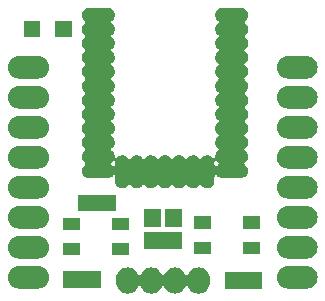
<source format=gts>
G04 #@! TF.GenerationSoftware,KiCad,Pcbnew,(5.1.2)-1*
G04 #@! TF.CreationDate,2022-10-09T20:42:29+09:00*
G04 #@! TF.ProjectId,ble5,626c6535-2e6b-4696-9361-645f70636258,v2.1*
G04 #@! TF.SameCoordinates,Original*
G04 #@! TF.FileFunction,Soldermask,Top*
G04 #@! TF.FilePolarity,Negative*
%FSLAX46Y46*%
G04 Gerber Fmt 4.6, Leading zero omitted, Abs format (unit mm)*
G04 Created by KiCad (PCBNEW (5.1.2)-1) date 2022-10-09 20:42:29*
%MOMM*%
%LPD*%
G04 APERTURE LIST*
%ADD10C,0.050000*%
G04 APERTURE END LIST*
D10*
G36*
X128888583Y-61413919D02*
G01*
X129069925Y-61468929D01*
X129237043Y-61558256D01*
X129383528Y-61678472D01*
X129503744Y-61824957D01*
X129593071Y-61992076D01*
X129648081Y-62173418D01*
X129662000Y-62314744D01*
X129662000Y-62685257D01*
X129648081Y-62826583D01*
X129593071Y-63007925D01*
X129503744Y-63175043D01*
X129383528Y-63321528D01*
X129237043Y-63441744D01*
X129069924Y-63531071D01*
X128888582Y-63586081D01*
X128700000Y-63604654D01*
X128511417Y-63586081D01*
X128330075Y-63531071D01*
X128162957Y-63441744D01*
X128016472Y-63321528D01*
X127896256Y-63175043D01*
X127810239Y-63014117D01*
X127796626Y-62993742D01*
X127779299Y-62976415D01*
X127758924Y-62962802D01*
X127736285Y-62953424D01*
X127712252Y-62948644D01*
X127687748Y-62948644D01*
X127663715Y-62953424D01*
X127641076Y-62962802D01*
X127620701Y-62976415D01*
X127603374Y-62993742D01*
X127589761Y-63014117D01*
X127503744Y-63175043D01*
X127383528Y-63321528D01*
X127237043Y-63441744D01*
X127069924Y-63531071D01*
X126888582Y-63586081D01*
X126700000Y-63604654D01*
X126511417Y-63586081D01*
X126330075Y-63531071D01*
X126162957Y-63441744D01*
X126016472Y-63321528D01*
X125896256Y-63175043D01*
X125810239Y-63014117D01*
X125796626Y-62993742D01*
X125779299Y-62976415D01*
X125758924Y-62962802D01*
X125736285Y-62953424D01*
X125712252Y-62948644D01*
X125687748Y-62948644D01*
X125663715Y-62953424D01*
X125641076Y-62962802D01*
X125620701Y-62976415D01*
X125603374Y-62993742D01*
X125589761Y-63014117D01*
X125503744Y-63175043D01*
X125383528Y-63321528D01*
X125237043Y-63441744D01*
X125069924Y-63531071D01*
X124888582Y-63586081D01*
X124700000Y-63604654D01*
X124511417Y-63586081D01*
X124330075Y-63531071D01*
X124162957Y-63441744D01*
X124016472Y-63321528D01*
X123896256Y-63175043D01*
X123810239Y-63014117D01*
X123796626Y-62993742D01*
X123779299Y-62976415D01*
X123758924Y-62962802D01*
X123736285Y-62953424D01*
X123712252Y-62948644D01*
X123687748Y-62948644D01*
X123663715Y-62953424D01*
X123641076Y-62962802D01*
X123620701Y-62976415D01*
X123603374Y-62993742D01*
X123589761Y-63014117D01*
X123503744Y-63175043D01*
X123383528Y-63321528D01*
X123237043Y-63441744D01*
X123069924Y-63531071D01*
X122888582Y-63586081D01*
X122700000Y-63604654D01*
X122511417Y-63586081D01*
X122330075Y-63531071D01*
X122162957Y-63441744D01*
X122016472Y-63321528D01*
X121896256Y-63175043D01*
X121806929Y-63007924D01*
X121751919Y-62826582D01*
X121738000Y-62685256D01*
X121738000Y-62314743D01*
X121751919Y-62173417D01*
X121806929Y-61992075D01*
X121896256Y-61824957D01*
X121917814Y-61798689D01*
X122016473Y-61678472D01*
X122162957Y-61558257D01*
X122162956Y-61558257D01*
X122162958Y-61558256D01*
X122330076Y-61468929D01*
X122511418Y-61413919D01*
X122700000Y-61395346D01*
X122888583Y-61413919D01*
X123069925Y-61468929D01*
X123237043Y-61558256D01*
X123383528Y-61678472D01*
X123503744Y-61824957D01*
X123589761Y-61985883D01*
X123603374Y-62006258D01*
X123620701Y-62023585D01*
X123641076Y-62037198D01*
X123663715Y-62046576D01*
X123687748Y-62051356D01*
X123712252Y-62051356D01*
X123736285Y-62046576D01*
X123758924Y-62037198D01*
X123779299Y-62023585D01*
X123796626Y-62006258D01*
X123810239Y-61985883D01*
X123896256Y-61824957D01*
X123917814Y-61798689D01*
X124016473Y-61678472D01*
X124162957Y-61558257D01*
X124162956Y-61558257D01*
X124162958Y-61558256D01*
X124330076Y-61468929D01*
X124511418Y-61413919D01*
X124700000Y-61395346D01*
X124888583Y-61413919D01*
X125069925Y-61468929D01*
X125237043Y-61558256D01*
X125383528Y-61678472D01*
X125503744Y-61824957D01*
X125589761Y-61985883D01*
X125603374Y-62006258D01*
X125620701Y-62023585D01*
X125641076Y-62037198D01*
X125663715Y-62046576D01*
X125687748Y-62051356D01*
X125712252Y-62051356D01*
X125736285Y-62046576D01*
X125758924Y-62037198D01*
X125779299Y-62023585D01*
X125796626Y-62006258D01*
X125810239Y-61985883D01*
X125896256Y-61824957D01*
X125917814Y-61798689D01*
X126016473Y-61678472D01*
X126162957Y-61558257D01*
X126162956Y-61558257D01*
X126162958Y-61558256D01*
X126330076Y-61468929D01*
X126511418Y-61413919D01*
X126700000Y-61395346D01*
X126888583Y-61413919D01*
X127069925Y-61468929D01*
X127237043Y-61558256D01*
X127383528Y-61678472D01*
X127503744Y-61824957D01*
X127589761Y-61985883D01*
X127603374Y-62006258D01*
X127620701Y-62023585D01*
X127641076Y-62037198D01*
X127663715Y-62046576D01*
X127687748Y-62051356D01*
X127712252Y-62051356D01*
X127736285Y-62046576D01*
X127758924Y-62037198D01*
X127779299Y-62023585D01*
X127796626Y-62006258D01*
X127810239Y-61985883D01*
X127896256Y-61824957D01*
X127917814Y-61798689D01*
X128016473Y-61678472D01*
X128162957Y-61558257D01*
X128162956Y-61558257D01*
X128162958Y-61558256D01*
X128330076Y-61468929D01*
X128511418Y-61413919D01*
X128700000Y-61395346D01*
X128888583Y-61413919D01*
X128888583Y-61413919D01*
G37*
G36*
X134100000Y-63200000D02*
G01*
X130900000Y-63200000D01*
X130900000Y-61800000D01*
X134100000Y-61800000D01*
X134100000Y-63200000D01*
X134100000Y-63200000D01*
G37*
G36*
X138000583Y-61281919D02*
G01*
X138181925Y-61336929D01*
X138349043Y-61426256D01*
X138495528Y-61546472D01*
X138615744Y-61692957D01*
X138705071Y-61860075D01*
X138760081Y-62041417D01*
X138778654Y-62230000D01*
X138760081Y-62418583D01*
X138705071Y-62599925D01*
X138615744Y-62767043D01*
X138495528Y-62913528D01*
X138349043Y-63033744D01*
X138181925Y-63123071D01*
X138000583Y-63178081D01*
X137859257Y-63192000D01*
X136240743Y-63192000D01*
X136099417Y-63178081D01*
X135918075Y-63123071D01*
X135750957Y-63033744D01*
X135604472Y-62913528D01*
X135484256Y-62767043D01*
X135394929Y-62599925D01*
X135339919Y-62418583D01*
X135321346Y-62230000D01*
X135339919Y-62041417D01*
X135394929Y-61860075D01*
X135484256Y-61692957D01*
X135604472Y-61546472D01*
X135750957Y-61426256D01*
X135918075Y-61336929D01*
X136099417Y-61281919D01*
X136240743Y-61268000D01*
X137859257Y-61268000D01*
X138000583Y-61281919D01*
X138000583Y-61281919D01*
G37*
G36*
X115250583Y-61281919D02*
G01*
X115431925Y-61336929D01*
X115599043Y-61426256D01*
X115745528Y-61546472D01*
X115865744Y-61692957D01*
X115955071Y-61860075D01*
X116010081Y-62041417D01*
X116028654Y-62230000D01*
X116010081Y-62418583D01*
X115955071Y-62599925D01*
X115865744Y-62767043D01*
X115745528Y-62913528D01*
X115599043Y-63033744D01*
X115431925Y-63123071D01*
X115250583Y-63178081D01*
X115109257Y-63192000D01*
X113490743Y-63192000D01*
X113349417Y-63178081D01*
X113168075Y-63123071D01*
X113000957Y-63033744D01*
X112854472Y-62913528D01*
X112734256Y-62767043D01*
X112644929Y-62599925D01*
X112589919Y-62418583D01*
X112571346Y-62230000D01*
X112589919Y-62041417D01*
X112644929Y-61860075D01*
X112734256Y-61692957D01*
X112854472Y-61546472D01*
X113000957Y-61426256D01*
X113168075Y-61336929D01*
X113349417Y-61281919D01*
X113490743Y-61268000D01*
X115109257Y-61268000D01*
X115250583Y-61281919D01*
X115250583Y-61281919D01*
G37*
G36*
X120400000Y-63100000D02*
G01*
X117200000Y-63100000D01*
X117200000Y-61700000D01*
X120400000Y-61700000D01*
X120400000Y-63100000D01*
X120400000Y-63100000D01*
G37*
G36*
X138000583Y-58741919D02*
G01*
X138181925Y-58796929D01*
X138349043Y-58886256D01*
X138495528Y-59006472D01*
X138615744Y-59152957D01*
X138705071Y-59320075D01*
X138760081Y-59501417D01*
X138778654Y-59690000D01*
X138760081Y-59878583D01*
X138705071Y-60059925D01*
X138615744Y-60227043D01*
X138495528Y-60373528D01*
X138349043Y-60493744D01*
X138181925Y-60583071D01*
X138000583Y-60638081D01*
X137859257Y-60652000D01*
X136240743Y-60652000D01*
X136099417Y-60638081D01*
X135918075Y-60583071D01*
X135750957Y-60493744D01*
X135604472Y-60373528D01*
X135484256Y-60227043D01*
X135394929Y-60059925D01*
X135339919Y-59878583D01*
X135321346Y-59690000D01*
X135339919Y-59501417D01*
X135394929Y-59320075D01*
X135484256Y-59152957D01*
X135604472Y-59006472D01*
X135750957Y-58886256D01*
X135918075Y-58796929D01*
X136099417Y-58741919D01*
X136240743Y-58728000D01*
X137859257Y-58728000D01*
X138000583Y-58741919D01*
X138000583Y-58741919D01*
G37*
G36*
X115250583Y-58741919D02*
G01*
X115431925Y-58796929D01*
X115599043Y-58886256D01*
X115745528Y-59006472D01*
X115865744Y-59152957D01*
X115955071Y-59320075D01*
X116010081Y-59501417D01*
X116028654Y-59690000D01*
X116010081Y-59878583D01*
X115955071Y-60059925D01*
X115865744Y-60227043D01*
X115745528Y-60373528D01*
X115599043Y-60493744D01*
X115431925Y-60583071D01*
X115250583Y-60638081D01*
X115109257Y-60652000D01*
X113490743Y-60652000D01*
X113349417Y-60638081D01*
X113168075Y-60583071D01*
X113000957Y-60493744D01*
X112854472Y-60373528D01*
X112734256Y-60227043D01*
X112644929Y-60059925D01*
X112589919Y-59878583D01*
X112571346Y-59690000D01*
X112589919Y-59501417D01*
X112644929Y-59320075D01*
X112734256Y-59152957D01*
X112854472Y-59006472D01*
X113000957Y-58886256D01*
X113168075Y-58796929D01*
X113349417Y-58741919D01*
X113490743Y-58728000D01*
X115109257Y-58728000D01*
X115250583Y-58741919D01*
X115250583Y-58741919D01*
G37*
G36*
X118675000Y-60375000D02*
G01*
X117225000Y-60375000D01*
X117225000Y-59325000D01*
X118675000Y-59325000D01*
X118675000Y-60375000D01*
X118675000Y-60375000D01*
G37*
G36*
X122825000Y-60375000D02*
G01*
X121375000Y-60375000D01*
X121375000Y-59325000D01*
X122825000Y-59325000D01*
X122825000Y-60375000D01*
X122825000Y-60375000D01*
G37*
G36*
X133925000Y-60275000D02*
G01*
X132475000Y-60275000D01*
X132475000Y-59225000D01*
X133925000Y-59225000D01*
X133925000Y-60275000D01*
X133925000Y-60275000D01*
G37*
G36*
X129775000Y-60275000D02*
G01*
X128325000Y-60275000D01*
X128325000Y-59225000D01*
X129775000Y-59225000D01*
X129775000Y-60275000D01*
X129775000Y-60275000D01*
G37*
G36*
X127300000Y-59800000D02*
G01*
X124100000Y-59800000D01*
X124100000Y-58400000D01*
X127300000Y-58400000D01*
X127300000Y-59800000D01*
X127300000Y-59800000D01*
G37*
G36*
X118675000Y-58225000D02*
G01*
X117225000Y-58225000D01*
X117225000Y-57175000D01*
X118675000Y-57175000D01*
X118675000Y-58225000D01*
X118675000Y-58225000D01*
G37*
G36*
X122825000Y-58225000D02*
G01*
X121375000Y-58225000D01*
X121375000Y-57175000D01*
X122825000Y-57175000D01*
X122825000Y-58225000D01*
X122825000Y-58225000D01*
G37*
G36*
X129775000Y-58125000D02*
G01*
X128325000Y-58125000D01*
X128325000Y-57075000D01*
X129775000Y-57075000D01*
X129775000Y-58125000D01*
X129775000Y-58125000D01*
G37*
G36*
X133925000Y-58125000D02*
G01*
X132475000Y-58125000D01*
X132475000Y-57075000D01*
X133925000Y-57075000D01*
X133925000Y-58125000D01*
X133925000Y-58125000D01*
G37*
G36*
X115250583Y-56201919D02*
G01*
X115431925Y-56256929D01*
X115599043Y-56346256D01*
X115745528Y-56466472D01*
X115865744Y-56612957D01*
X115955071Y-56780075D01*
X116010081Y-56961417D01*
X116028654Y-57150000D01*
X116010081Y-57338583D01*
X115955071Y-57519925D01*
X115865744Y-57687043D01*
X115745528Y-57833528D01*
X115599043Y-57953744D01*
X115431925Y-58043071D01*
X115250583Y-58098081D01*
X115109257Y-58112000D01*
X113490743Y-58112000D01*
X113349417Y-58098081D01*
X113168075Y-58043071D01*
X113000957Y-57953744D01*
X112854472Y-57833528D01*
X112734256Y-57687043D01*
X112644929Y-57519925D01*
X112589919Y-57338583D01*
X112571346Y-57150000D01*
X112589919Y-56961417D01*
X112644929Y-56780075D01*
X112734256Y-56612957D01*
X112854472Y-56466472D01*
X113000957Y-56346256D01*
X113168075Y-56256929D01*
X113349417Y-56201919D01*
X113490743Y-56188000D01*
X115109257Y-56188000D01*
X115250583Y-56201919D01*
X115250583Y-56201919D01*
G37*
G36*
X138000583Y-56201919D02*
G01*
X138181925Y-56256929D01*
X138349043Y-56346256D01*
X138495528Y-56466472D01*
X138615744Y-56612957D01*
X138705071Y-56780075D01*
X138760081Y-56961417D01*
X138778654Y-57150000D01*
X138760081Y-57338583D01*
X138705071Y-57519925D01*
X138615744Y-57687043D01*
X138495528Y-57833528D01*
X138349043Y-57953744D01*
X138181925Y-58043071D01*
X138000583Y-58098081D01*
X137859257Y-58112000D01*
X136240743Y-58112000D01*
X136099417Y-58098081D01*
X135918075Y-58043071D01*
X135750957Y-57953744D01*
X135604472Y-57833528D01*
X135484256Y-57687043D01*
X135394929Y-57519925D01*
X135339919Y-57338583D01*
X135321346Y-57150000D01*
X135339919Y-56961417D01*
X135394929Y-56780075D01*
X135484256Y-56612957D01*
X135604472Y-56466472D01*
X135750957Y-56346256D01*
X135918075Y-56256929D01*
X136099417Y-56201919D01*
X136240743Y-56188000D01*
X137859257Y-56188000D01*
X138000583Y-56201919D01*
X138000583Y-56201919D01*
G37*
G36*
X127298270Y-57939750D02*
G01*
X125849250Y-57939750D01*
X125849250Y-56460250D01*
X127298270Y-56460250D01*
X127298270Y-57939750D01*
X127298270Y-57939750D01*
G37*
G36*
X125550750Y-57939750D02*
G01*
X124101730Y-57939750D01*
X124101730Y-56460250D01*
X125550750Y-56460250D01*
X125550750Y-57939750D01*
X125550750Y-57939750D01*
G37*
G36*
X121700000Y-56650000D02*
G01*
X118500000Y-56650000D01*
X118500000Y-55250000D01*
X121700000Y-55250000D01*
X121700000Y-56650000D01*
X121700000Y-56650000D01*
G37*
G36*
X138000583Y-53661919D02*
G01*
X138181925Y-53716929D01*
X138349043Y-53806256D01*
X138495528Y-53926472D01*
X138615744Y-54072957D01*
X138705071Y-54240075D01*
X138760081Y-54421417D01*
X138778654Y-54610000D01*
X138760081Y-54798583D01*
X138705071Y-54979925D01*
X138615744Y-55147043D01*
X138495528Y-55293528D01*
X138349043Y-55413744D01*
X138181925Y-55503071D01*
X138000583Y-55558081D01*
X137859257Y-55572000D01*
X136240743Y-55572000D01*
X136099417Y-55558081D01*
X135918075Y-55503071D01*
X135750957Y-55413744D01*
X135604472Y-55293528D01*
X135484256Y-55147043D01*
X135394929Y-54979925D01*
X135339919Y-54798583D01*
X135321346Y-54610000D01*
X135339919Y-54421417D01*
X135394929Y-54240075D01*
X135484256Y-54072957D01*
X135604472Y-53926472D01*
X135750957Y-53806256D01*
X135918075Y-53716929D01*
X136099417Y-53661919D01*
X136240743Y-53648000D01*
X137859257Y-53648000D01*
X138000583Y-53661919D01*
X138000583Y-53661919D01*
G37*
G36*
X115250583Y-53661919D02*
G01*
X115431925Y-53716929D01*
X115599043Y-53806256D01*
X115745528Y-53926472D01*
X115865744Y-54072957D01*
X115955071Y-54240075D01*
X116010081Y-54421417D01*
X116028654Y-54610000D01*
X116010081Y-54798583D01*
X115955071Y-54979925D01*
X115865744Y-55147043D01*
X115745528Y-55293528D01*
X115599043Y-55413744D01*
X115431925Y-55503071D01*
X115250583Y-55558081D01*
X115109257Y-55572000D01*
X113490743Y-55572000D01*
X113349417Y-55558081D01*
X113168075Y-55503071D01*
X113000957Y-55413744D01*
X112854472Y-55293528D01*
X112734256Y-55147043D01*
X112644929Y-54979925D01*
X112589919Y-54798583D01*
X112571346Y-54610000D01*
X112589919Y-54421417D01*
X112644929Y-54240075D01*
X112734256Y-54072957D01*
X112854472Y-53926472D01*
X113000957Y-53806256D01*
X113168075Y-53716929D01*
X113349417Y-53661919D01*
X113490743Y-53648000D01*
X115109257Y-53648000D01*
X115250583Y-53661919D01*
X115250583Y-53661919D01*
G37*
G36*
X121117621Y-39408682D02*
G01*
X121230721Y-39442990D01*
X121334955Y-39498704D01*
X121426317Y-39573683D01*
X121501296Y-39665045D01*
X121557010Y-39769279D01*
X121591318Y-39882379D01*
X121602903Y-40000000D01*
X121591318Y-40117621D01*
X121557010Y-40230721D01*
X121501296Y-40334955D01*
X121426317Y-40426317D01*
X121334955Y-40501296D01*
X121334950Y-40501299D01*
X121332421Y-40503374D01*
X121315094Y-40520701D01*
X121301480Y-40541075D01*
X121292103Y-40563714D01*
X121287322Y-40587747D01*
X121287322Y-40612251D01*
X121292102Y-40636285D01*
X121301479Y-40658924D01*
X121315093Y-40679298D01*
X121332421Y-40696626D01*
X121334950Y-40698701D01*
X121334955Y-40698704D01*
X121426317Y-40773683D01*
X121501296Y-40865045D01*
X121557010Y-40969279D01*
X121591318Y-41082379D01*
X121602903Y-41200000D01*
X121591318Y-41317621D01*
X121557010Y-41430721D01*
X121501296Y-41534955D01*
X121426317Y-41626317D01*
X121334955Y-41701296D01*
X121334950Y-41701299D01*
X121332421Y-41703374D01*
X121315094Y-41720701D01*
X121301480Y-41741075D01*
X121292103Y-41763714D01*
X121287322Y-41787747D01*
X121287322Y-41812251D01*
X121292102Y-41836285D01*
X121301479Y-41858924D01*
X121315093Y-41879298D01*
X121332421Y-41896626D01*
X121334950Y-41898701D01*
X121334955Y-41898704D01*
X121426317Y-41973683D01*
X121501296Y-42065045D01*
X121557010Y-42169279D01*
X121591318Y-42282379D01*
X121602903Y-42400000D01*
X121591318Y-42517621D01*
X121557010Y-42630721D01*
X121501296Y-42734955D01*
X121426317Y-42826317D01*
X121334955Y-42901296D01*
X121334950Y-42901299D01*
X121332421Y-42903374D01*
X121315094Y-42920701D01*
X121301480Y-42941075D01*
X121292103Y-42963714D01*
X121287322Y-42987747D01*
X121287322Y-43012251D01*
X121292102Y-43036285D01*
X121301479Y-43058924D01*
X121315093Y-43079298D01*
X121332421Y-43096626D01*
X121334950Y-43098701D01*
X121334955Y-43098704D01*
X121426317Y-43173683D01*
X121501296Y-43265045D01*
X121557010Y-43369279D01*
X121591318Y-43482379D01*
X121602903Y-43600000D01*
X121591318Y-43717621D01*
X121557010Y-43830721D01*
X121501296Y-43934955D01*
X121426317Y-44026317D01*
X121334955Y-44101296D01*
X121334950Y-44101299D01*
X121332421Y-44103374D01*
X121315094Y-44120701D01*
X121301480Y-44141075D01*
X121292103Y-44163714D01*
X121287322Y-44187747D01*
X121287322Y-44212251D01*
X121292102Y-44236285D01*
X121301479Y-44258924D01*
X121315093Y-44279298D01*
X121332421Y-44296626D01*
X121334950Y-44298701D01*
X121334955Y-44298704D01*
X121426317Y-44373683D01*
X121501296Y-44465045D01*
X121557010Y-44569279D01*
X121591318Y-44682379D01*
X121602903Y-44800000D01*
X121591318Y-44917621D01*
X121557010Y-45030721D01*
X121501296Y-45134955D01*
X121426317Y-45226317D01*
X121334955Y-45301296D01*
X121334950Y-45301299D01*
X121332421Y-45303374D01*
X121315094Y-45320701D01*
X121301480Y-45341075D01*
X121292103Y-45363714D01*
X121287322Y-45387747D01*
X121287322Y-45412251D01*
X121292102Y-45436285D01*
X121301479Y-45458924D01*
X121315093Y-45479298D01*
X121332421Y-45496626D01*
X121334950Y-45498701D01*
X121334955Y-45498704D01*
X121426317Y-45573683D01*
X121501296Y-45665045D01*
X121557010Y-45769279D01*
X121591318Y-45882379D01*
X121602903Y-46000000D01*
X121591318Y-46117621D01*
X121557010Y-46230721D01*
X121501296Y-46334955D01*
X121426317Y-46426317D01*
X121334955Y-46501296D01*
X121334950Y-46501299D01*
X121332421Y-46503374D01*
X121315094Y-46520701D01*
X121301480Y-46541075D01*
X121292103Y-46563714D01*
X121287322Y-46587747D01*
X121287322Y-46612251D01*
X121292102Y-46636285D01*
X121301479Y-46658924D01*
X121315093Y-46679298D01*
X121332421Y-46696626D01*
X121334950Y-46698701D01*
X121334955Y-46698704D01*
X121426317Y-46773683D01*
X121501296Y-46865045D01*
X121557010Y-46969279D01*
X121591318Y-47082379D01*
X121602903Y-47200000D01*
X121591318Y-47317621D01*
X121557010Y-47430721D01*
X121501296Y-47534955D01*
X121426317Y-47626317D01*
X121334955Y-47701296D01*
X121334950Y-47701299D01*
X121332421Y-47703374D01*
X121315094Y-47720701D01*
X121301480Y-47741075D01*
X121292103Y-47763714D01*
X121287322Y-47787747D01*
X121287322Y-47812251D01*
X121292102Y-47836285D01*
X121301479Y-47858924D01*
X121315093Y-47879298D01*
X121332421Y-47896626D01*
X121334950Y-47898701D01*
X121334955Y-47898704D01*
X121426317Y-47973683D01*
X121501296Y-48065045D01*
X121557010Y-48169279D01*
X121591318Y-48282379D01*
X121602903Y-48400000D01*
X121591318Y-48517621D01*
X121557010Y-48630721D01*
X121501296Y-48734955D01*
X121426317Y-48826317D01*
X121334955Y-48901296D01*
X121334950Y-48901299D01*
X121332421Y-48903374D01*
X121315094Y-48920701D01*
X121301480Y-48941075D01*
X121292103Y-48963714D01*
X121287322Y-48987747D01*
X121287322Y-49012251D01*
X121292102Y-49036285D01*
X121301479Y-49058924D01*
X121315093Y-49079298D01*
X121332421Y-49096626D01*
X121334950Y-49098701D01*
X121334955Y-49098704D01*
X121426317Y-49173683D01*
X121501296Y-49265045D01*
X121557010Y-49369279D01*
X121591318Y-49482379D01*
X121602903Y-49600000D01*
X121591318Y-49717621D01*
X121557010Y-49830721D01*
X121501296Y-49934955D01*
X121426317Y-50026317D01*
X121334955Y-50101296D01*
X121334950Y-50101299D01*
X121332421Y-50103374D01*
X121315094Y-50120701D01*
X121301480Y-50141075D01*
X121292103Y-50163714D01*
X121287322Y-50187747D01*
X121287322Y-50212251D01*
X121292102Y-50236285D01*
X121301479Y-50258924D01*
X121315093Y-50279298D01*
X121332421Y-50296626D01*
X121334950Y-50298701D01*
X121334955Y-50298704D01*
X121426317Y-50373683D01*
X121501296Y-50465045D01*
X121557010Y-50569279D01*
X121591318Y-50682379D01*
X121602903Y-50800000D01*
X121591318Y-50917621D01*
X121557010Y-51030721D01*
X121501296Y-51134955D01*
X121426317Y-51226317D01*
X121334955Y-51301296D01*
X121334950Y-51301299D01*
X121332421Y-51303374D01*
X121315094Y-51320701D01*
X121301480Y-51341075D01*
X121292103Y-51363714D01*
X121287322Y-51387747D01*
X121287322Y-51412251D01*
X121292102Y-51436285D01*
X121301479Y-51458924D01*
X121315093Y-51479298D01*
X121332421Y-51496626D01*
X121334950Y-51498701D01*
X121334955Y-51498704D01*
X121426317Y-51573683D01*
X121501296Y-51665045D01*
X121557010Y-51769279D01*
X121591318Y-51882379D01*
X121602903Y-52000000D01*
X121602903Y-52000004D01*
X121603460Y-52005664D01*
X121608240Y-52029697D01*
X121617618Y-52052336D01*
X121631231Y-52072710D01*
X121648558Y-52090037D01*
X121668933Y-52103651D01*
X121691572Y-52113029D01*
X121715605Y-52117809D01*
X121740109Y-52117809D01*
X121764142Y-52113029D01*
X121786781Y-52103651D01*
X121807155Y-52090038D01*
X121822710Y-52074483D01*
X121823679Y-52073688D01*
X121823683Y-52073683D01*
X121915045Y-51998704D01*
X122019279Y-51942990D01*
X122132379Y-51908682D01*
X122250000Y-51897097D01*
X122367620Y-51908682D01*
X122480720Y-51942990D01*
X122584954Y-51998704D01*
X122676317Y-52073683D01*
X122751296Y-52165045D01*
X122751299Y-52165050D01*
X122753375Y-52167580D01*
X122770702Y-52184907D01*
X122791076Y-52198520D01*
X122813715Y-52207898D01*
X122837748Y-52212678D01*
X122862252Y-52212678D01*
X122886285Y-52207898D01*
X122908924Y-52198520D01*
X122929299Y-52184906D01*
X122946626Y-52167580D01*
X122948701Y-52165052D01*
X122948704Y-52165046D01*
X123023683Y-52073683D01*
X123115045Y-51998704D01*
X123219279Y-51942990D01*
X123332379Y-51908682D01*
X123450000Y-51897097D01*
X123567620Y-51908682D01*
X123680720Y-51942990D01*
X123784954Y-51998704D01*
X123876317Y-52073683D01*
X123951296Y-52165045D01*
X123951299Y-52165050D01*
X123953375Y-52167580D01*
X123970702Y-52184907D01*
X123991076Y-52198520D01*
X124013715Y-52207898D01*
X124037748Y-52212678D01*
X124062252Y-52212678D01*
X124086285Y-52207898D01*
X124108924Y-52198520D01*
X124129299Y-52184906D01*
X124146626Y-52167580D01*
X124148701Y-52165052D01*
X124148704Y-52165046D01*
X124223683Y-52073683D01*
X124315045Y-51998704D01*
X124419279Y-51942990D01*
X124532379Y-51908682D01*
X124650000Y-51897097D01*
X124767620Y-51908682D01*
X124880720Y-51942990D01*
X124984954Y-51998704D01*
X125076317Y-52073683D01*
X125151296Y-52165045D01*
X125151299Y-52165050D01*
X125153375Y-52167580D01*
X125170702Y-52184907D01*
X125191076Y-52198520D01*
X125213715Y-52207898D01*
X125237748Y-52212678D01*
X125262252Y-52212678D01*
X125286285Y-52207898D01*
X125308924Y-52198520D01*
X125329299Y-52184906D01*
X125346626Y-52167580D01*
X125348701Y-52165052D01*
X125348704Y-52165046D01*
X125423683Y-52073683D01*
X125515045Y-51998704D01*
X125619279Y-51942990D01*
X125732379Y-51908682D01*
X125850000Y-51897097D01*
X125967620Y-51908682D01*
X126080720Y-51942990D01*
X126184954Y-51998704D01*
X126276317Y-52073683D01*
X126351296Y-52165045D01*
X126351299Y-52165050D01*
X126353375Y-52167580D01*
X126370702Y-52184907D01*
X126391076Y-52198520D01*
X126413715Y-52207898D01*
X126437748Y-52212678D01*
X126462252Y-52212678D01*
X126486285Y-52207898D01*
X126508924Y-52198520D01*
X126529299Y-52184906D01*
X126546626Y-52167580D01*
X126548701Y-52165052D01*
X126548704Y-52165046D01*
X126623683Y-52073683D01*
X126715045Y-51998704D01*
X126819279Y-51942990D01*
X126932379Y-51908682D01*
X127050000Y-51897097D01*
X127167620Y-51908682D01*
X127280720Y-51942990D01*
X127384954Y-51998704D01*
X127476317Y-52073683D01*
X127551296Y-52165045D01*
X127551299Y-52165050D01*
X127553375Y-52167580D01*
X127570702Y-52184907D01*
X127591076Y-52198520D01*
X127613715Y-52207898D01*
X127637748Y-52212678D01*
X127662252Y-52212678D01*
X127686285Y-52207898D01*
X127708924Y-52198520D01*
X127729299Y-52184906D01*
X127746626Y-52167580D01*
X127748701Y-52165052D01*
X127748704Y-52165046D01*
X127823683Y-52073683D01*
X127915045Y-51998704D01*
X128019279Y-51942990D01*
X128132379Y-51908682D01*
X128250000Y-51897097D01*
X128367620Y-51908682D01*
X128480720Y-51942990D01*
X128584954Y-51998704D01*
X128676317Y-52073683D01*
X128751296Y-52165045D01*
X128751299Y-52165050D01*
X128753375Y-52167580D01*
X128770702Y-52184907D01*
X128791076Y-52198520D01*
X128813715Y-52207898D01*
X128837748Y-52212678D01*
X128862252Y-52212678D01*
X128886285Y-52207898D01*
X128908924Y-52198520D01*
X128929299Y-52184906D01*
X128946626Y-52167580D01*
X128948701Y-52165052D01*
X128948704Y-52165046D01*
X129023683Y-52073683D01*
X129115045Y-51998704D01*
X129219279Y-51942990D01*
X129332379Y-51908682D01*
X129450000Y-51897097D01*
X129567620Y-51908682D01*
X129680720Y-51942990D01*
X129784954Y-51998704D01*
X129876317Y-52073683D01*
X129876321Y-52073688D01*
X129877290Y-52074483D01*
X129892845Y-52090038D01*
X129913220Y-52103652D01*
X129935859Y-52113029D01*
X129959892Y-52117809D01*
X129984396Y-52117809D01*
X130008429Y-52113028D01*
X130031068Y-52103651D01*
X130051442Y-52090037D01*
X130068769Y-52072710D01*
X130082383Y-52052335D01*
X130091760Y-52029696D01*
X130096540Y-52005664D01*
X130097097Y-52000004D01*
X130097097Y-52000000D01*
X130108682Y-51882379D01*
X130142990Y-51769279D01*
X130198704Y-51665045D01*
X130273683Y-51573683D01*
X130365045Y-51498704D01*
X130365050Y-51498701D01*
X130367579Y-51496626D01*
X130384906Y-51479299D01*
X130398520Y-51458925D01*
X130407897Y-51436286D01*
X130412678Y-51412253D01*
X130412678Y-51387749D01*
X130407898Y-51363715D01*
X130398521Y-51341076D01*
X130384907Y-51320702D01*
X130367579Y-51303374D01*
X130365050Y-51301299D01*
X130365045Y-51301296D01*
X130273683Y-51226317D01*
X130198704Y-51134955D01*
X130142990Y-51030721D01*
X130108682Y-50917621D01*
X130097097Y-50800000D01*
X130108682Y-50682379D01*
X130142990Y-50569279D01*
X130198704Y-50465045D01*
X130273683Y-50373683D01*
X130365045Y-50298704D01*
X130365050Y-50298701D01*
X130367579Y-50296626D01*
X130384906Y-50279299D01*
X130398520Y-50258925D01*
X130407897Y-50236286D01*
X130412678Y-50212253D01*
X130412678Y-50187749D01*
X130407898Y-50163715D01*
X130398521Y-50141076D01*
X130384907Y-50120702D01*
X130367579Y-50103374D01*
X130365050Y-50101299D01*
X130365045Y-50101296D01*
X130273683Y-50026317D01*
X130198704Y-49934955D01*
X130142990Y-49830721D01*
X130108682Y-49717621D01*
X130097097Y-49600000D01*
X130108682Y-49482379D01*
X130142990Y-49369279D01*
X130198704Y-49265045D01*
X130273683Y-49173683D01*
X130365045Y-49098704D01*
X130365050Y-49098701D01*
X130367579Y-49096626D01*
X130384906Y-49079299D01*
X130398520Y-49058925D01*
X130407897Y-49036286D01*
X130412678Y-49012253D01*
X130412678Y-48987749D01*
X130407898Y-48963715D01*
X130398521Y-48941076D01*
X130384907Y-48920702D01*
X130367579Y-48903374D01*
X130365050Y-48901299D01*
X130365045Y-48901296D01*
X130273683Y-48826317D01*
X130198704Y-48734955D01*
X130142990Y-48630721D01*
X130108682Y-48517621D01*
X130097097Y-48400000D01*
X130108682Y-48282379D01*
X130142990Y-48169279D01*
X130198704Y-48065045D01*
X130273683Y-47973683D01*
X130365045Y-47898704D01*
X130365050Y-47898701D01*
X130367579Y-47896626D01*
X130384906Y-47879299D01*
X130398520Y-47858925D01*
X130407897Y-47836286D01*
X130412678Y-47812253D01*
X130412678Y-47787749D01*
X130407898Y-47763715D01*
X130398521Y-47741076D01*
X130384907Y-47720702D01*
X130367579Y-47703374D01*
X130365050Y-47701299D01*
X130365045Y-47701296D01*
X130273683Y-47626317D01*
X130198704Y-47534955D01*
X130142990Y-47430721D01*
X130108682Y-47317621D01*
X130097097Y-47200000D01*
X130108682Y-47082379D01*
X130142990Y-46969279D01*
X130198704Y-46865045D01*
X130273683Y-46773683D01*
X130365045Y-46698704D01*
X130365050Y-46698701D01*
X130367579Y-46696626D01*
X130384906Y-46679299D01*
X130398520Y-46658925D01*
X130407897Y-46636286D01*
X130412678Y-46612253D01*
X130412678Y-46587749D01*
X130407898Y-46563715D01*
X130398521Y-46541076D01*
X130384907Y-46520702D01*
X130367579Y-46503374D01*
X130365050Y-46501299D01*
X130365045Y-46501296D01*
X130273683Y-46426317D01*
X130198704Y-46334955D01*
X130142990Y-46230721D01*
X130108682Y-46117621D01*
X130097097Y-46000000D01*
X130108682Y-45882379D01*
X130142990Y-45769279D01*
X130198704Y-45665045D01*
X130273683Y-45573683D01*
X130365045Y-45498704D01*
X130365050Y-45498701D01*
X130367579Y-45496626D01*
X130384906Y-45479299D01*
X130398520Y-45458925D01*
X130407897Y-45436286D01*
X130412678Y-45412253D01*
X130412678Y-45387749D01*
X130407898Y-45363715D01*
X130398521Y-45341076D01*
X130384907Y-45320702D01*
X130367579Y-45303374D01*
X130365050Y-45301299D01*
X130365045Y-45301296D01*
X130273683Y-45226317D01*
X130198704Y-45134955D01*
X130142990Y-45030721D01*
X130108682Y-44917621D01*
X130097097Y-44800000D01*
X130108682Y-44682379D01*
X130142990Y-44569279D01*
X130198704Y-44465045D01*
X130273683Y-44373683D01*
X130365045Y-44298704D01*
X130365050Y-44298701D01*
X130367579Y-44296626D01*
X130384906Y-44279299D01*
X130398520Y-44258925D01*
X130407897Y-44236286D01*
X130412678Y-44212253D01*
X130412678Y-44187749D01*
X130407898Y-44163715D01*
X130398521Y-44141076D01*
X130384907Y-44120702D01*
X130367579Y-44103374D01*
X130365050Y-44101299D01*
X130365045Y-44101296D01*
X130273683Y-44026317D01*
X130198704Y-43934955D01*
X130142990Y-43830721D01*
X130108682Y-43717621D01*
X130097097Y-43600000D01*
X130108682Y-43482379D01*
X130142990Y-43369279D01*
X130198704Y-43265045D01*
X130273683Y-43173683D01*
X130365045Y-43098704D01*
X130365050Y-43098701D01*
X130367579Y-43096626D01*
X130384906Y-43079299D01*
X130398520Y-43058925D01*
X130407897Y-43036286D01*
X130412678Y-43012253D01*
X130412678Y-42987749D01*
X130407898Y-42963715D01*
X130398521Y-42941076D01*
X130384907Y-42920702D01*
X130367579Y-42903374D01*
X130365050Y-42901299D01*
X130365045Y-42901296D01*
X130273683Y-42826317D01*
X130198704Y-42734955D01*
X130142990Y-42630721D01*
X130108682Y-42517621D01*
X130097097Y-42400000D01*
X130108682Y-42282379D01*
X130142990Y-42169279D01*
X130198704Y-42065045D01*
X130273683Y-41973683D01*
X130365045Y-41898704D01*
X130365050Y-41898701D01*
X130367579Y-41896626D01*
X130384906Y-41879299D01*
X130398520Y-41858925D01*
X130407897Y-41836286D01*
X130412678Y-41812253D01*
X130412678Y-41787749D01*
X130407898Y-41763715D01*
X130398521Y-41741076D01*
X130384907Y-41720702D01*
X130367579Y-41703374D01*
X130365050Y-41701299D01*
X130365045Y-41701296D01*
X130273683Y-41626317D01*
X130198704Y-41534955D01*
X130142990Y-41430721D01*
X130108682Y-41317621D01*
X130097097Y-41200000D01*
X130108682Y-41082379D01*
X130142990Y-40969279D01*
X130198704Y-40865045D01*
X130273683Y-40773683D01*
X130365045Y-40698704D01*
X130365050Y-40698701D01*
X130367579Y-40696626D01*
X130384906Y-40679299D01*
X130398520Y-40658925D01*
X130407897Y-40636286D01*
X130412678Y-40612253D01*
X130412678Y-40587749D01*
X130407898Y-40563715D01*
X130398521Y-40541076D01*
X130384907Y-40520702D01*
X130367579Y-40503374D01*
X130365050Y-40501299D01*
X130365045Y-40501296D01*
X130273683Y-40426317D01*
X130198704Y-40334955D01*
X130142990Y-40230721D01*
X130108682Y-40117621D01*
X130097097Y-40000000D01*
X130108682Y-39882379D01*
X130142990Y-39769279D01*
X130198704Y-39665045D01*
X130273683Y-39573683D01*
X130365045Y-39498704D01*
X130469279Y-39442990D01*
X130582379Y-39408682D01*
X130670526Y-39400000D01*
X132329474Y-39400000D01*
X132417621Y-39408682D01*
X132530721Y-39442990D01*
X132634955Y-39498704D01*
X132726317Y-39573683D01*
X132801296Y-39665045D01*
X132857010Y-39769279D01*
X132891318Y-39882379D01*
X132902903Y-40000000D01*
X132891318Y-40117621D01*
X132857010Y-40230721D01*
X132801296Y-40334955D01*
X132726317Y-40426317D01*
X132634955Y-40501296D01*
X132634950Y-40501299D01*
X132632421Y-40503374D01*
X132615094Y-40520701D01*
X132601480Y-40541075D01*
X132592103Y-40563714D01*
X132587322Y-40587747D01*
X132587322Y-40612251D01*
X132592102Y-40636285D01*
X132601479Y-40658924D01*
X132615093Y-40679298D01*
X132632421Y-40696626D01*
X132634950Y-40698701D01*
X132634955Y-40698704D01*
X132726317Y-40773683D01*
X132801296Y-40865045D01*
X132857010Y-40969279D01*
X132891318Y-41082379D01*
X132902903Y-41200000D01*
X132891318Y-41317621D01*
X132857010Y-41430721D01*
X132801296Y-41534955D01*
X132726317Y-41626317D01*
X132634955Y-41701296D01*
X132634950Y-41701299D01*
X132632421Y-41703374D01*
X132615094Y-41720701D01*
X132601480Y-41741075D01*
X132592103Y-41763714D01*
X132587322Y-41787747D01*
X132587322Y-41812251D01*
X132592102Y-41836285D01*
X132601479Y-41858924D01*
X132615093Y-41879298D01*
X132632421Y-41896626D01*
X132634950Y-41898701D01*
X132634955Y-41898704D01*
X132726317Y-41973683D01*
X132801296Y-42065045D01*
X132857010Y-42169279D01*
X132891318Y-42282379D01*
X132902903Y-42400000D01*
X132891318Y-42517621D01*
X132857010Y-42630721D01*
X132801296Y-42734955D01*
X132726317Y-42826317D01*
X132634955Y-42901296D01*
X132634950Y-42901299D01*
X132632421Y-42903374D01*
X132615094Y-42920701D01*
X132601480Y-42941075D01*
X132592103Y-42963714D01*
X132587322Y-42987747D01*
X132587322Y-43012251D01*
X132592102Y-43036285D01*
X132601479Y-43058924D01*
X132615093Y-43079298D01*
X132632421Y-43096626D01*
X132634950Y-43098701D01*
X132634955Y-43098704D01*
X132726317Y-43173683D01*
X132801296Y-43265045D01*
X132857010Y-43369279D01*
X132891318Y-43482379D01*
X132902903Y-43600000D01*
X132891318Y-43717621D01*
X132857010Y-43830721D01*
X132801296Y-43934955D01*
X132726317Y-44026317D01*
X132634955Y-44101296D01*
X132634950Y-44101299D01*
X132632421Y-44103374D01*
X132615094Y-44120701D01*
X132601480Y-44141075D01*
X132592103Y-44163714D01*
X132587322Y-44187747D01*
X132587322Y-44212251D01*
X132592102Y-44236285D01*
X132601479Y-44258924D01*
X132615093Y-44279298D01*
X132632421Y-44296626D01*
X132634950Y-44298701D01*
X132634955Y-44298704D01*
X132726317Y-44373683D01*
X132801296Y-44465045D01*
X132857010Y-44569279D01*
X132891318Y-44682379D01*
X132902903Y-44800000D01*
X132891318Y-44917621D01*
X132857010Y-45030721D01*
X132801296Y-45134955D01*
X132726317Y-45226317D01*
X132634955Y-45301296D01*
X132634950Y-45301299D01*
X132632421Y-45303374D01*
X132615094Y-45320701D01*
X132601480Y-45341075D01*
X132592103Y-45363714D01*
X132587322Y-45387747D01*
X132587322Y-45412251D01*
X132592102Y-45436285D01*
X132601479Y-45458924D01*
X132615093Y-45479298D01*
X132632421Y-45496626D01*
X132634950Y-45498701D01*
X132634955Y-45498704D01*
X132726317Y-45573683D01*
X132801296Y-45665045D01*
X132857010Y-45769279D01*
X132891318Y-45882379D01*
X132902903Y-46000000D01*
X132891318Y-46117621D01*
X132857010Y-46230721D01*
X132801296Y-46334955D01*
X132726317Y-46426317D01*
X132634955Y-46501296D01*
X132634950Y-46501299D01*
X132632421Y-46503374D01*
X132615094Y-46520701D01*
X132601480Y-46541075D01*
X132592103Y-46563714D01*
X132587322Y-46587747D01*
X132587322Y-46612251D01*
X132592102Y-46636285D01*
X132601479Y-46658924D01*
X132615093Y-46679298D01*
X132632421Y-46696626D01*
X132634950Y-46698701D01*
X132634955Y-46698704D01*
X132726317Y-46773683D01*
X132801296Y-46865045D01*
X132857010Y-46969279D01*
X132891318Y-47082379D01*
X132902903Y-47200000D01*
X132891318Y-47317621D01*
X132857010Y-47430721D01*
X132801296Y-47534955D01*
X132726317Y-47626317D01*
X132634955Y-47701296D01*
X132634950Y-47701299D01*
X132632421Y-47703374D01*
X132615094Y-47720701D01*
X132601480Y-47741075D01*
X132592103Y-47763714D01*
X132587322Y-47787747D01*
X132587322Y-47812251D01*
X132592102Y-47836285D01*
X132601479Y-47858924D01*
X132615093Y-47879298D01*
X132632421Y-47896626D01*
X132634950Y-47898701D01*
X132634955Y-47898704D01*
X132726317Y-47973683D01*
X132801296Y-48065045D01*
X132857010Y-48169279D01*
X132891318Y-48282379D01*
X132902903Y-48400000D01*
X132891318Y-48517621D01*
X132857010Y-48630721D01*
X132801296Y-48734955D01*
X132726317Y-48826317D01*
X132634955Y-48901296D01*
X132634950Y-48901299D01*
X132632421Y-48903374D01*
X132615094Y-48920701D01*
X132601480Y-48941075D01*
X132592103Y-48963714D01*
X132587322Y-48987747D01*
X132587322Y-49012251D01*
X132592102Y-49036285D01*
X132601479Y-49058924D01*
X132615093Y-49079298D01*
X132632421Y-49096626D01*
X132634950Y-49098701D01*
X132634955Y-49098704D01*
X132726317Y-49173683D01*
X132801296Y-49265045D01*
X132857010Y-49369279D01*
X132891318Y-49482379D01*
X132902903Y-49600000D01*
X132891318Y-49717621D01*
X132857010Y-49830721D01*
X132801296Y-49934955D01*
X132726317Y-50026317D01*
X132634955Y-50101296D01*
X132634950Y-50101299D01*
X132632421Y-50103374D01*
X132615094Y-50120701D01*
X132601480Y-50141075D01*
X132592103Y-50163714D01*
X132587322Y-50187747D01*
X132587322Y-50212251D01*
X132592102Y-50236285D01*
X132601479Y-50258924D01*
X132615093Y-50279298D01*
X132632421Y-50296626D01*
X132634950Y-50298701D01*
X132634955Y-50298704D01*
X132726317Y-50373683D01*
X132801296Y-50465045D01*
X132857010Y-50569279D01*
X132891318Y-50682379D01*
X132902903Y-50800000D01*
X132891318Y-50917621D01*
X132857010Y-51030721D01*
X132801296Y-51134955D01*
X132726317Y-51226317D01*
X132634955Y-51301296D01*
X132634950Y-51301299D01*
X132632421Y-51303374D01*
X132615094Y-51320701D01*
X132601480Y-51341075D01*
X132592103Y-51363714D01*
X132587322Y-51387747D01*
X132587322Y-51412251D01*
X132592102Y-51436285D01*
X132601479Y-51458924D01*
X132615093Y-51479298D01*
X132632421Y-51496626D01*
X132634950Y-51498701D01*
X132634955Y-51498704D01*
X132726317Y-51573683D01*
X132801296Y-51665045D01*
X132857010Y-51769279D01*
X132891318Y-51882379D01*
X132902903Y-52000000D01*
X132891318Y-52117621D01*
X132857010Y-52230721D01*
X132801296Y-52334955D01*
X132726317Y-52426317D01*
X132634955Y-52501296D01*
X132634950Y-52501299D01*
X132632421Y-52503374D01*
X132615094Y-52520701D01*
X132601480Y-52541075D01*
X132592103Y-52563714D01*
X132587322Y-52587747D01*
X132587322Y-52612251D01*
X132592102Y-52636285D01*
X132601479Y-52658924D01*
X132615093Y-52679298D01*
X132632421Y-52696626D01*
X132634950Y-52698701D01*
X132634955Y-52698704D01*
X132726317Y-52773683D01*
X132801296Y-52865045D01*
X132857010Y-52969279D01*
X132891318Y-53082379D01*
X132902903Y-53200000D01*
X132891318Y-53317621D01*
X132857010Y-53430721D01*
X132801296Y-53534955D01*
X132726317Y-53626317D01*
X132634955Y-53701296D01*
X132530721Y-53757010D01*
X132417621Y-53791318D01*
X132329474Y-53800000D01*
X130670526Y-53800000D01*
X130582379Y-53791318D01*
X130469279Y-53757010D01*
X130365045Y-53701296D01*
X130273683Y-53626317D01*
X130273681Y-53626314D01*
X130271623Y-53623807D01*
X130254296Y-53606480D01*
X130233921Y-53592867D01*
X130211282Y-53583490D01*
X130187249Y-53578710D01*
X130162745Y-53578710D01*
X130138712Y-53583491D01*
X130116073Y-53592869D01*
X130095699Y-53606483D01*
X130078372Y-53623810D01*
X130064759Y-53644185D01*
X130055382Y-53666824D01*
X130050000Y-53703106D01*
X130050000Y-54129474D01*
X130041318Y-54217621D01*
X130007010Y-54330721D01*
X129951296Y-54434955D01*
X129876317Y-54526317D01*
X129784955Y-54601296D01*
X129680721Y-54657010D01*
X129567621Y-54691318D01*
X129450000Y-54702903D01*
X129332380Y-54691318D01*
X129219280Y-54657010D01*
X129115046Y-54601296D01*
X129023684Y-54526317D01*
X128948705Y-54434955D01*
X128948702Y-54434950D01*
X128946627Y-54432421D01*
X128929300Y-54415094D01*
X128908926Y-54401480D01*
X128886287Y-54392103D01*
X128862254Y-54387322D01*
X128837750Y-54387322D01*
X128813716Y-54392102D01*
X128791077Y-54401479D01*
X128770703Y-54415093D01*
X128753376Y-54432420D01*
X128751297Y-54434953D01*
X128751296Y-54434955D01*
X128676317Y-54526317D01*
X128584955Y-54601296D01*
X128480721Y-54657010D01*
X128367621Y-54691318D01*
X128250000Y-54702903D01*
X128132380Y-54691318D01*
X128019280Y-54657010D01*
X127915046Y-54601296D01*
X127823684Y-54526317D01*
X127748705Y-54434955D01*
X127748702Y-54434950D01*
X127746627Y-54432421D01*
X127729300Y-54415094D01*
X127708926Y-54401480D01*
X127686287Y-54392103D01*
X127662254Y-54387322D01*
X127637750Y-54387322D01*
X127613716Y-54392102D01*
X127591077Y-54401479D01*
X127570703Y-54415093D01*
X127553376Y-54432420D01*
X127551297Y-54434953D01*
X127551296Y-54434955D01*
X127476317Y-54526317D01*
X127384955Y-54601296D01*
X127280721Y-54657010D01*
X127167621Y-54691318D01*
X127050000Y-54702903D01*
X126932380Y-54691318D01*
X126819280Y-54657010D01*
X126715046Y-54601296D01*
X126623684Y-54526317D01*
X126548705Y-54434955D01*
X126548702Y-54434950D01*
X126546627Y-54432421D01*
X126529300Y-54415094D01*
X126508926Y-54401480D01*
X126486287Y-54392103D01*
X126462254Y-54387322D01*
X126437750Y-54387322D01*
X126413716Y-54392102D01*
X126391077Y-54401479D01*
X126370703Y-54415093D01*
X126353376Y-54432420D01*
X126351297Y-54434953D01*
X126351296Y-54434955D01*
X126276317Y-54526317D01*
X126184955Y-54601296D01*
X126080721Y-54657010D01*
X125967621Y-54691318D01*
X125850000Y-54702903D01*
X125732380Y-54691318D01*
X125619280Y-54657010D01*
X125515046Y-54601296D01*
X125423684Y-54526317D01*
X125348705Y-54434955D01*
X125348702Y-54434950D01*
X125346627Y-54432421D01*
X125329300Y-54415094D01*
X125308926Y-54401480D01*
X125286287Y-54392103D01*
X125262254Y-54387322D01*
X125237750Y-54387322D01*
X125213716Y-54392102D01*
X125191077Y-54401479D01*
X125170703Y-54415093D01*
X125153376Y-54432420D01*
X125151297Y-54434953D01*
X125151296Y-54434955D01*
X125076317Y-54526317D01*
X124984955Y-54601296D01*
X124880721Y-54657010D01*
X124767621Y-54691318D01*
X124650000Y-54702903D01*
X124532380Y-54691318D01*
X124419280Y-54657010D01*
X124315046Y-54601296D01*
X124223684Y-54526317D01*
X124148705Y-54434955D01*
X124148702Y-54434950D01*
X124146627Y-54432421D01*
X124129300Y-54415094D01*
X124108926Y-54401480D01*
X124086287Y-54392103D01*
X124062254Y-54387322D01*
X124037750Y-54387322D01*
X124013716Y-54392102D01*
X123991077Y-54401479D01*
X123970703Y-54415093D01*
X123953376Y-54432420D01*
X123951297Y-54434953D01*
X123951296Y-54434955D01*
X123876317Y-54526317D01*
X123784955Y-54601296D01*
X123680721Y-54657010D01*
X123567621Y-54691318D01*
X123450000Y-54702903D01*
X123332380Y-54691318D01*
X123219280Y-54657010D01*
X123115046Y-54601296D01*
X123023684Y-54526317D01*
X122948705Y-54434955D01*
X122948702Y-54434950D01*
X122946627Y-54432421D01*
X122929300Y-54415094D01*
X122908926Y-54401480D01*
X122886287Y-54392103D01*
X122862254Y-54387322D01*
X122837750Y-54387322D01*
X122813716Y-54392102D01*
X122791077Y-54401479D01*
X122770703Y-54415093D01*
X122753376Y-54432420D01*
X122751297Y-54434953D01*
X122751296Y-54434955D01*
X122676317Y-54526317D01*
X122584955Y-54601296D01*
X122480721Y-54657010D01*
X122367621Y-54691318D01*
X122250000Y-54702903D01*
X122132380Y-54691318D01*
X122019280Y-54657010D01*
X121915046Y-54601296D01*
X121823684Y-54526317D01*
X121748705Y-54434955D01*
X121692991Y-54330721D01*
X121658683Y-54217621D01*
X121650001Y-54129474D01*
X121650001Y-53703103D01*
X121647599Y-53678720D01*
X121640486Y-53655271D01*
X121628935Y-53633660D01*
X121613390Y-53614718D01*
X121594448Y-53599173D01*
X121572837Y-53587622D01*
X121549388Y-53580509D01*
X121525002Y-53578107D01*
X121500616Y-53580509D01*
X121477167Y-53587622D01*
X121455556Y-53599173D01*
X121428379Y-53623805D01*
X121426320Y-53626314D01*
X121426318Y-53626315D01*
X121426317Y-53626317D01*
X121334955Y-53701296D01*
X121230721Y-53757010D01*
X121117621Y-53791318D01*
X121029474Y-53800000D01*
X119370526Y-53800000D01*
X119282379Y-53791318D01*
X119169279Y-53757010D01*
X119065045Y-53701296D01*
X118973683Y-53626317D01*
X118898704Y-53534955D01*
X118842990Y-53430721D01*
X118808682Y-53317621D01*
X118797097Y-53200000D01*
X118808682Y-53082379D01*
X118842990Y-52969279D01*
X118898704Y-52865045D01*
X118973683Y-52773683D01*
X119065045Y-52698704D01*
X119065050Y-52698701D01*
X119067579Y-52696626D01*
X119084906Y-52679299D01*
X119098520Y-52658925D01*
X119107897Y-52636286D01*
X119112678Y-52612253D01*
X119112678Y-52587749D01*
X119112678Y-52587747D01*
X121287322Y-52587747D01*
X121287322Y-52612251D01*
X121292102Y-52636285D01*
X121301479Y-52658924D01*
X121315093Y-52679298D01*
X121332421Y-52696626D01*
X121334950Y-52698701D01*
X121334955Y-52698704D01*
X121404552Y-52755821D01*
X121426318Y-52773684D01*
X121428374Y-52776190D01*
X121445700Y-52793518D01*
X121466074Y-52807132D01*
X121488713Y-52816510D01*
X121512746Y-52821291D01*
X121537250Y-52821291D01*
X121561283Y-52816511D01*
X121583922Y-52807135D01*
X121604297Y-52793521D01*
X121621625Y-52776195D01*
X121635239Y-52755821D01*
X121644617Y-52733182D01*
X121649398Y-52709149D01*
X121650000Y-52696894D01*
X121650000Y-52503107D01*
X130050000Y-52503107D01*
X130050000Y-52696893D01*
X130052402Y-52721279D01*
X130059515Y-52744728D01*
X130071066Y-52766339D01*
X130086611Y-52785281D01*
X130105553Y-52800826D01*
X130127164Y-52812377D01*
X130150613Y-52819490D01*
X130174999Y-52821892D01*
X130199385Y-52819490D01*
X130222834Y-52812377D01*
X130244445Y-52800826D01*
X130271623Y-52776193D01*
X130273681Y-52773685D01*
X130282632Y-52766339D01*
X130365045Y-52698704D01*
X130365050Y-52698701D01*
X130367579Y-52696626D01*
X130384906Y-52679299D01*
X130398520Y-52658925D01*
X130407897Y-52636286D01*
X130412678Y-52612253D01*
X130412678Y-52587749D01*
X130407898Y-52563715D01*
X130398521Y-52541076D01*
X130384907Y-52520702D01*
X130367579Y-52503374D01*
X130365050Y-52501299D01*
X130365045Y-52501296D01*
X130273683Y-52426317D01*
X130271626Y-52423810D01*
X130254296Y-52406480D01*
X130233921Y-52392867D01*
X130211282Y-52383490D01*
X130187249Y-52378710D01*
X130162745Y-52378710D01*
X130138712Y-52383491D01*
X130116073Y-52392869D01*
X130095699Y-52406483D01*
X130078372Y-52423810D01*
X130064759Y-52444185D01*
X130055382Y-52466824D01*
X130050000Y-52503107D01*
X121650000Y-52503107D01*
X121650000Y-52503106D01*
X121647598Y-52478720D01*
X121640485Y-52455271D01*
X121628934Y-52433660D01*
X121613389Y-52414718D01*
X121594447Y-52399173D01*
X121572836Y-52387622D01*
X121549387Y-52380509D01*
X121525001Y-52378107D01*
X121500615Y-52380509D01*
X121477166Y-52387622D01*
X121455555Y-52399173D01*
X121436613Y-52414718D01*
X121428379Y-52423805D01*
X121426317Y-52426317D01*
X121334955Y-52501296D01*
X121334950Y-52501299D01*
X121332421Y-52503374D01*
X121315094Y-52520701D01*
X121301480Y-52541075D01*
X121292103Y-52563714D01*
X121287322Y-52587747D01*
X119112678Y-52587747D01*
X119107898Y-52563715D01*
X119098521Y-52541076D01*
X119084907Y-52520702D01*
X119067579Y-52503374D01*
X119065050Y-52501299D01*
X119065045Y-52501296D01*
X118973683Y-52426317D01*
X118898704Y-52334955D01*
X118842990Y-52230721D01*
X118808682Y-52117621D01*
X118797097Y-52000000D01*
X118808682Y-51882379D01*
X118842990Y-51769279D01*
X118898704Y-51665045D01*
X118973683Y-51573683D01*
X119065045Y-51498704D01*
X119065050Y-51498701D01*
X119067579Y-51496626D01*
X119084906Y-51479299D01*
X119098520Y-51458925D01*
X119107897Y-51436286D01*
X119112678Y-51412253D01*
X119112678Y-51387749D01*
X119107898Y-51363715D01*
X119098521Y-51341076D01*
X119084907Y-51320702D01*
X119067579Y-51303374D01*
X119065050Y-51301299D01*
X119065045Y-51301296D01*
X118973683Y-51226317D01*
X118898704Y-51134955D01*
X118842990Y-51030721D01*
X118808682Y-50917621D01*
X118797097Y-50800000D01*
X118808682Y-50682379D01*
X118842990Y-50569279D01*
X118898704Y-50465045D01*
X118973683Y-50373683D01*
X119065045Y-50298704D01*
X119065050Y-50298701D01*
X119067579Y-50296626D01*
X119084906Y-50279299D01*
X119098520Y-50258925D01*
X119107897Y-50236286D01*
X119112678Y-50212253D01*
X119112678Y-50187749D01*
X119107898Y-50163715D01*
X119098521Y-50141076D01*
X119084907Y-50120702D01*
X119067579Y-50103374D01*
X119065050Y-50101299D01*
X119065045Y-50101296D01*
X118973683Y-50026317D01*
X118898704Y-49934955D01*
X118842990Y-49830721D01*
X118808682Y-49717621D01*
X118797097Y-49600000D01*
X118808682Y-49482379D01*
X118842990Y-49369279D01*
X118898704Y-49265045D01*
X118973683Y-49173683D01*
X119065045Y-49098704D01*
X119065050Y-49098701D01*
X119067579Y-49096626D01*
X119084906Y-49079299D01*
X119098520Y-49058925D01*
X119107897Y-49036286D01*
X119112678Y-49012253D01*
X119112678Y-48987749D01*
X119107898Y-48963715D01*
X119098521Y-48941076D01*
X119084907Y-48920702D01*
X119067579Y-48903374D01*
X119065050Y-48901299D01*
X119065045Y-48901296D01*
X118973683Y-48826317D01*
X118898704Y-48734955D01*
X118842990Y-48630721D01*
X118808682Y-48517621D01*
X118797097Y-48400000D01*
X118808682Y-48282379D01*
X118842990Y-48169279D01*
X118898704Y-48065045D01*
X118973683Y-47973683D01*
X119065045Y-47898704D01*
X119065050Y-47898701D01*
X119067579Y-47896626D01*
X119084906Y-47879299D01*
X119098520Y-47858925D01*
X119107897Y-47836286D01*
X119112678Y-47812253D01*
X119112678Y-47787749D01*
X119107898Y-47763715D01*
X119098521Y-47741076D01*
X119084907Y-47720702D01*
X119067579Y-47703374D01*
X119065050Y-47701299D01*
X119065045Y-47701296D01*
X118973683Y-47626317D01*
X118898704Y-47534955D01*
X118842990Y-47430721D01*
X118808682Y-47317621D01*
X118797097Y-47200000D01*
X118808682Y-47082379D01*
X118842990Y-46969279D01*
X118898704Y-46865045D01*
X118973683Y-46773683D01*
X119065045Y-46698704D01*
X119065050Y-46698701D01*
X119067579Y-46696626D01*
X119084906Y-46679299D01*
X119098520Y-46658925D01*
X119107897Y-46636286D01*
X119112678Y-46612253D01*
X119112678Y-46587749D01*
X119107898Y-46563715D01*
X119098521Y-46541076D01*
X119084907Y-46520702D01*
X119067579Y-46503374D01*
X119065050Y-46501299D01*
X119065045Y-46501296D01*
X118973683Y-46426317D01*
X118898704Y-46334955D01*
X118842990Y-46230721D01*
X118808682Y-46117621D01*
X118797097Y-46000000D01*
X118808682Y-45882379D01*
X118842990Y-45769279D01*
X118898704Y-45665045D01*
X118973683Y-45573683D01*
X119065045Y-45498704D01*
X119065050Y-45498701D01*
X119067579Y-45496626D01*
X119084906Y-45479299D01*
X119098520Y-45458925D01*
X119107897Y-45436286D01*
X119112678Y-45412253D01*
X119112678Y-45387749D01*
X119107898Y-45363715D01*
X119098521Y-45341076D01*
X119084907Y-45320702D01*
X119067579Y-45303374D01*
X119065050Y-45301299D01*
X119065045Y-45301296D01*
X118973683Y-45226317D01*
X118898704Y-45134955D01*
X118842990Y-45030721D01*
X118808682Y-44917621D01*
X118797097Y-44800000D01*
X118808682Y-44682379D01*
X118842990Y-44569279D01*
X118898704Y-44465045D01*
X118973683Y-44373683D01*
X119065045Y-44298704D01*
X119065050Y-44298701D01*
X119067579Y-44296626D01*
X119084906Y-44279299D01*
X119098520Y-44258925D01*
X119107897Y-44236286D01*
X119112678Y-44212253D01*
X119112678Y-44187749D01*
X119107898Y-44163715D01*
X119098521Y-44141076D01*
X119084907Y-44120702D01*
X119067579Y-44103374D01*
X119065050Y-44101299D01*
X119065045Y-44101296D01*
X118973683Y-44026317D01*
X118898704Y-43934955D01*
X118842990Y-43830721D01*
X118808682Y-43717621D01*
X118797097Y-43600000D01*
X118808682Y-43482379D01*
X118842990Y-43369279D01*
X118898704Y-43265045D01*
X118973683Y-43173683D01*
X119065045Y-43098704D01*
X119065050Y-43098701D01*
X119067579Y-43096626D01*
X119084906Y-43079299D01*
X119098520Y-43058925D01*
X119107897Y-43036286D01*
X119112678Y-43012253D01*
X119112678Y-42987749D01*
X119107898Y-42963715D01*
X119098521Y-42941076D01*
X119084907Y-42920702D01*
X119067579Y-42903374D01*
X119065050Y-42901299D01*
X119065045Y-42901296D01*
X118973683Y-42826317D01*
X118898704Y-42734955D01*
X118842990Y-42630721D01*
X118808682Y-42517621D01*
X118797097Y-42400000D01*
X118808682Y-42282379D01*
X118842990Y-42169279D01*
X118898704Y-42065045D01*
X118973683Y-41973683D01*
X119065045Y-41898704D01*
X119065050Y-41898701D01*
X119067579Y-41896626D01*
X119084906Y-41879299D01*
X119098520Y-41858925D01*
X119107897Y-41836286D01*
X119112678Y-41812253D01*
X119112678Y-41787749D01*
X119107898Y-41763715D01*
X119098521Y-41741076D01*
X119084907Y-41720702D01*
X119067579Y-41703374D01*
X119065050Y-41701299D01*
X119065045Y-41701296D01*
X118973683Y-41626317D01*
X118898704Y-41534955D01*
X118842990Y-41430721D01*
X118808682Y-41317621D01*
X118797097Y-41200000D01*
X118808682Y-41082379D01*
X118842990Y-40969279D01*
X118898704Y-40865045D01*
X118973683Y-40773683D01*
X119065045Y-40698704D01*
X119065050Y-40698701D01*
X119067579Y-40696626D01*
X119084906Y-40679299D01*
X119098520Y-40658925D01*
X119107897Y-40636286D01*
X119112678Y-40612253D01*
X119112678Y-40587749D01*
X119107898Y-40563715D01*
X119098521Y-40541076D01*
X119084907Y-40520702D01*
X119067579Y-40503374D01*
X119065050Y-40501299D01*
X119065045Y-40501296D01*
X118973683Y-40426317D01*
X118898704Y-40334955D01*
X118842990Y-40230721D01*
X118808682Y-40117621D01*
X118797097Y-40000000D01*
X118808682Y-39882379D01*
X118842990Y-39769279D01*
X118898704Y-39665045D01*
X118973683Y-39573683D01*
X119065045Y-39498704D01*
X119169279Y-39442990D01*
X119282379Y-39408682D01*
X119370526Y-39400000D01*
X121029474Y-39400000D01*
X121117621Y-39408682D01*
X121117621Y-39408682D01*
G37*
G36*
X138000583Y-51121919D02*
G01*
X138181925Y-51176929D01*
X138349043Y-51266256D01*
X138495528Y-51386472D01*
X138615744Y-51532957D01*
X138705071Y-51700075D01*
X138760081Y-51881417D01*
X138778654Y-52070000D01*
X138760081Y-52258583D01*
X138722190Y-52383491D01*
X138706972Y-52433660D01*
X138705071Y-52439925D01*
X138615744Y-52607043D01*
X138495528Y-52753528D01*
X138349043Y-52873744D01*
X138181925Y-52963071D01*
X138000583Y-53018081D01*
X137859257Y-53032000D01*
X136240743Y-53032000D01*
X136099417Y-53018081D01*
X135918075Y-52963071D01*
X135750957Y-52873744D01*
X135604472Y-52753528D01*
X135484256Y-52607043D01*
X135394929Y-52439925D01*
X135393029Y-52433660D01*
X135377810Y-52383491D01*
X135339919Y-52258583D01*
X135321346Y-52070000D01*
X135339919Y-51881417D01*
X135394929Y-51700075D01*
X135484256Y-51532957D01*
X135604472Y-51386472D01*
X135750957Y-51266256D01*
X135918075Y-51176929D01*
X136099417Y-51121919D01*
X136240743Y-51108000D01*
X137859257Y-51108000D01*
X138000583Y-51121919D01*
X138000583Y-51121919D01*
G37*
G36*
X115250583Y-51121919D02*
G01*
X115431925Y-51176929D01*
X115599043Y-51266256D01*
X115745528Y-51386472D01*
X115865744Y-51532957D01*
X115955071Y-51700075D01*
X116010081Y-51881417D01*
X116028654Y-52070000D01*
X116010081Y-52258583D01*
X115972190Y-52383491D01*
X115956972Y-52433660D01*
X115955071Y-52439925D01*
X115865744Y-52607043D01*
X115745528Y-52753528D01*
X115599043Y-52873744D01*
X115431925Y-52963071D01*
X115250583Y-53018081D01*
X115109257Y-53032000D01*
X113490743Y-53032000D01*
X113349417Y-53018081D01*
X113168075Y-52963071D01*
X113000957Y-52873744D01*
X112854472Y-52753528D01*
X112734256Y-52607043D01*
X112644929Y-52439925D01*
X112643029Y-52433660D01*
X112627810Y-52383491D01*
X112589919Y-52258583D01*
X112571346Y-52070000D01*
X112589919Y-51881417D01*
X112644929Y-51700075D01*
X112734256Y-51532957D01*
X112854472Y-51386472D01*
X113000957Y-51266256D01*
X113168075Y-51176929D01*
X113349417Y-51121919D01*
X113490743Y-51108000D01*
X115109257Y-51108000D01*
X115250583Y-51121919D01*
X115250583Y-51121919D01*
G37*
G36*
X138000583Y-48581919D02*
G01*
X138181925Y-48636929D01*
X138349043Y-48726256D01*
X138495528Y-48846472D01*
X138615744Y-48992957D01*
X138705071Y-49160075D01*
X138760081Y-49341417D01*
X138778654Y-49530000D01*
X138760081Y-49718583D01*
X138705071Y-49899925D01*
X138615744Y-50067043D01*
X138495528Y-50213528D01*
X138349043Y-50333744D01*
X138181925Y-50423071D01*
X138000583Y-50478081D01*
X137859257Y-50492000D01*
X136240743Y-50492000D01*
X136099417Y-50478081D01*
X135918075Y-50423071D01*
X135750957Y-50333744D01*
X135604472Y-50213528D01*
X135484256Y-50067043D01*
X135394929Y-49899925D01*
X135339919Y-49718583D01*
X135321346Y-49530000D01*
X135339919Y-49341417D01*
X135394929Y-49160075D01*
X135484256Y-48992957D01*
X135604472Y-48846472D01*
X135750957Y-48726256D01*
X135918075Y-48636929D01*
X136099417Y-48581919D01*
X136240743Y-48568000D01*
X137859257Y-48568000D01*
X138000583Y-48581919D01*
X138000583Y-48581919D01*
G37*
G36*
X115250583Y-48581919D02*
G01*
X115431925Y-48636929D01*
X115599043Y-48726256D01*
X115745528Y-48846472D01*
X115865744Y-48992957D01*
X115955071Y-49160075D01*
X116010081Y-49341417D01*
X116028654Y-49530000D01*
X116010081Y-49718583D01*
X115955071Y-49899925D01*
X115865744Y-50067043D01*
X115745528Y-50213528D01*
X115599043Y-50333744D01*
X115431925Y-50423071D01*
X115250583Y-50478081D01*
X115109257Y-50492000D01*
X113490743Y-50492000D01*
X113349417Y-50478081D01*
X113168075Y-50423071D01*
X113000957Y-50333744D01*
X112854472Y-50213528D01*
X112734256Y-50067043D01*
X112644929Y-49899925D01*
X112589919Y-49718583D01*
X112571346Y-49530000D01*
X112589919Y-49341417D01*
X112644929Y-49160075D01*
X112734256Y-48992957D01*
X112854472Y-48846472D01*
X113000957Y-48726256D01*
X113168075Y-48636929D01*
X113349417Y-48581919D01*
X113490743Y-48568000D01*
X115109257Y-48568000D01*
X115250583Y-48581919D01*
X115250583Y-48581919D01*
G37*
G36*
X115250583Y-46041919D02*
G01*
X115431925Y-46096929D01*
X115599043Y-46186256D01*
X115745528Y-46306472D01*
X115865744Y-46452957D01*
X115955071Y-46620075D01*
X116010081Y-46801417D01*
X116028654Y-46990000D01*
X116010081Y-47178583D01*
X115955071Y-47359925D01*
X115865744Y-47527043D01*
X115745528Y-47673528D01*
X115599043Y-47793744D01*
X115431925Y-47883071D01*
X115250583Y-47938081D01*
X115109257Y-47952000D01*
X113490743Y-47952000D01*
X113349417Y-47938081D01*
X113168075Y-47883071D01*
X113000957Y-47793744D01*
X112854472Y-47673528D01*
X112734256Y-47527043D01*
X112644929Y-47359925D01*
X112589919Y-47178583D01*
X112571346Y-46990000D01*
X112589919Y-46801417D01*
X112644929Y-46620075D01*
X112734256Y-46452957D01*
X112854472Y-46306472D01*
X113000957Y-46186256D01*
X113168075Y-46096929D01*
X113349417Y-46041919D01*
X113490743Y-46028000D01*
X115109257Y-46028000D01*
X115250583Y-46041919D01*
X115250583Y-46041919D01*
G37*
G36*
X138000583Y-46041919D02*
G01*
X138181925Y-46096929D01*
X138349043Y-46186256D01*
X138495528Y-46306472D01*
X138615744Y-46452957D01*
X138705071Y-46620075D01*
X138760081Y-46801417D01*
X138778654Y-46990000D01*
X138760081Y-47178583D01*
X138705071Y-47359925D01*
X138615744Y-47527043D01*
X138495528Y-47673528D01*
X138349043Y-47793744D01*
X138181925Y-47883071D01*
X138000583Y-47938081D01*
X137859257Y-47952000D01*
X136240743Y-47952000D01*
X136099417Y-47938081D01*
X135918075Y-47883071D01*
X135750957Y-47793744D01*
X135604472Y-47673528D01*
X135484256Y-47527043D01*
X135394929Y-47359925D01*
X135339919Y-47178583D01*
X135321346Y-46990000D01*
X135339919Y-46801417D01*
X135394929Y-46620075D01*
X135484256Y-46452957D01*
X135604472Y-46306472D01*
X135750957Y-46186256D01*
X135918075Y-46096929D01*
X136099417Y-46041919D01*
X136240743Y-46028000D01*
X137859257Y-46028000D01*
X138000583Y-46041919D01*
X138000583Y-46041919D01*
G37*
G36*
X138000583Y-43501919D02*
G01*
X138181925Y-43556929D01*
X138349043Y-43646256D01*
X138495528Y-43766472D01*
X138615744Y-43912957D01*
X138705071Y-44080075D01*
X138760081Y-44261417D01*
X138778654Y-44450000D01*
X138760081Y-44638583D01*
X138705071Y-44819925D01*
X138615744Y-44987043D01*
X138495528Y-45133528D01*
X138349043Y-45253744D01*
X138181925Y-45343071D01*
X138000583Y-45398081D01*
X137859257Y-45412000D01*
X136240743Y-45412000D01*
X136099417Y-45398081D01*
X135918075Y-45343071D01*
X135750957Y-45253744D01*
X135604472Y-45133528D01*
X135484256Y-44987043D01*
X135394929Y-44819925D01*
X135339919Y-44638583D01*
X135321346Y-44450000D01*
X135339919Y-44261417D01*
X135394929Y-44080075D01*
X135484256Y-43912957D01*
X135604472Y-43766472D01*
X135750957Y-43646256D01*
X135918075Y-43556929D01*
X136099417Y-43501919D01*
X136240743Y-43488000D01*
X137859257Y-43488000D01*
X138000583Y-43501919D01*
X138000583Y-43501919D01*
G37*
G36*
X115250583Y-43501919D02*
G01*
X115431925Y-43556929D01*
X115599043Y-43646256D01*
X115745528Y-43766472D01*
X115865744Y-43912957D01*
X115955071Y-44080075D01*
X116010081Y-44261417D01*
X116028654Y-44450000D01*
X116010081Y-44638583D01*
X115955071Y-44819925D01*
X115865744Y-44987043D01*
X115745528Y-45133528D01*
X115599043Y-45253744D01*
X115431925Y-45343071D01*
X115250583Y-45398081D01*
X115109257Y-45412000D01*
X113490743Y-45412000D01*
X113349417Y-45398081D01*
X113168075Y-45343071D01*
X113000957Y-45253744D01*
X112854472Y-45133528D01*
X112734256Y-44987043D01*
X112644929Y-44819925D01*
X112589919Y-44638583D01*
X112571346Y-44450000D01*
X112589919Y-44261417D01*
X112644929Y-44080075D01*
X112734256Y-43912957D01*
X112854472Y-43766472D01*
X113000957Y-43646256D01*
X113168075Y-43556929D01*
X113349417Y-43501919D01*
X113490743Y-43488000D01*
X115109257Y-43488000D01*
X115250583Y-43501919D01*
X115250583Y-43501919D01*
G37*
G36*
X115300000Y-41900000D02*
G01*
X113900000Y-41900000D01*
X113900000Y-40500000D01*
X115300000Y-40500000D01*
X115300000Y-41900000D01*
X115300000Y-41900000D01*
G37*
G36*
X117950000Y-41900000D02*
G01*
X116550000Y-41900000D01*
X116550000Y-40500000D01*
X117950000Y-40500000D01*
X117950000Y-41900000D01*
X117950000Y-41900000D01*
G37*
M02*

</source>
